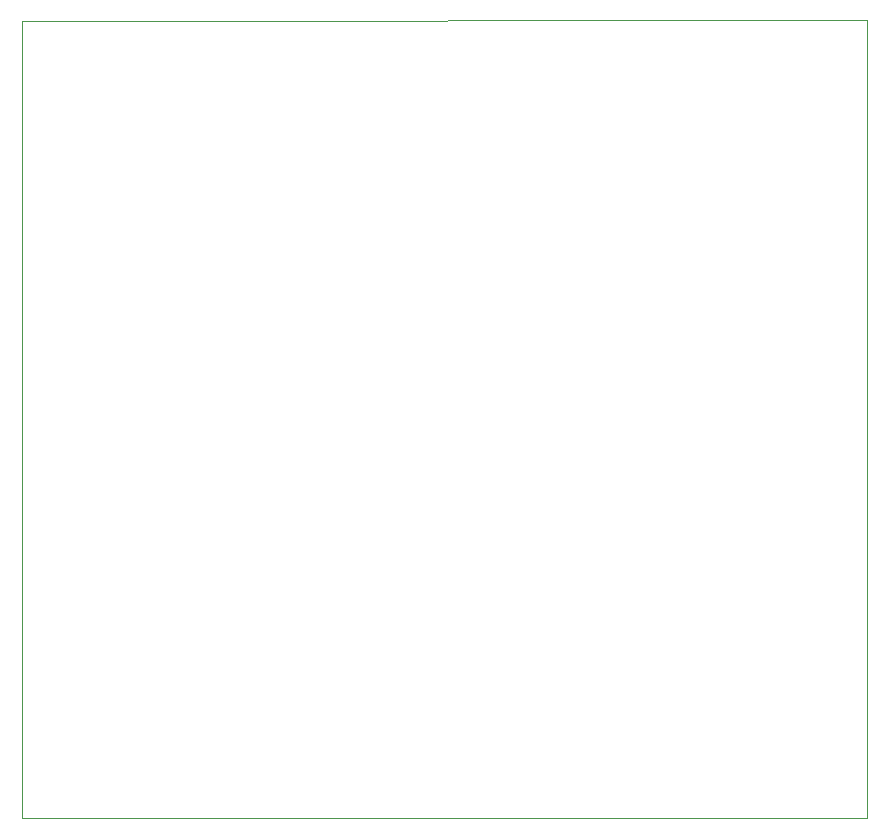
<source format=gko>
G04*
G04 #@! TF.GenerationSoftware,Altium Limited,Altium Designer,19.1.5 (86)*
G04*
G04 Layer_Color=16711935*
%FSLAX25Y25*%
%MOIN*%
G70*
G01*
G75*
%ADD58C,0.00394*%
D58*
X181102Y462761D02*
X462795Y463189D01*
Y197047D02*
Y463189D01*
X181102Y197047D02*
X462795D01*
X181102D02*
Y462761D01*
M02*

</source>
